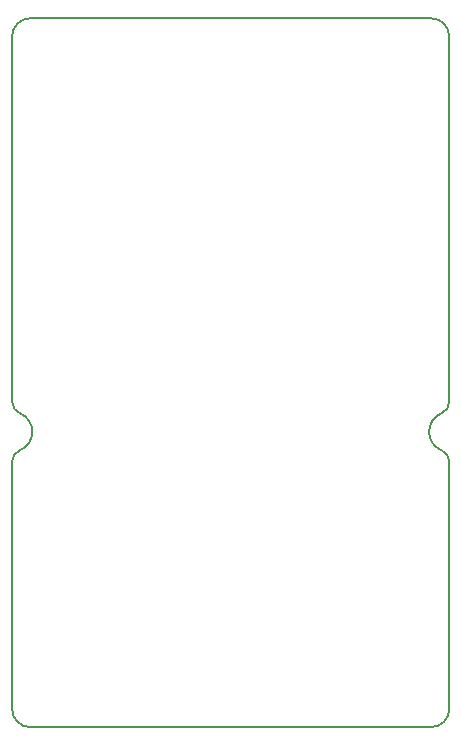
<source format=gm1>
G04 #@! TF.GenerationSoftware,KiCad,Pcbnew,(5.0.1-3-g963ef8bb5)*
G04 #@! TF.CreationDate,2019-10-31T19:13:48+01:00*
G04 #@! TF.ProjectId,oibus-mini-CCC,6F696275732D6D696E692D4343432E6B,rev?*
G04 #@! TF.SameCoordinates,Original*
G04 #@! TF.FileFunction,Profile,NP*
%FSLAX46Y46*%
G04 Gerber Fmt 4.6, Leading zero omitted, Abs format (unit mm)*
G04 Created by KiCad (PCBNEW (5.0.1-3-g963ef8bb5)) date 2019 October 31, Thursday 19:13:48*
%MOMM*%
%LPD*%
G01*
G04 APERTURE LIST*
%ADD10C,0.200000*%
G04 APERTURE END LIST*
D10*
X1500000Y59992013D02*
X35500000Y59992013D01*
X0Y1492013D02*
X0Y22484025D01*
X37000000Y58492013D02*
X37000000Y27500000D01*
X35500000Y59992013D02*
G75*
G02X37000000Y58492013I0J-1500000D01*
G01*
X0Y58492013D02*
G75*
G02X1500000Y59992013I1500000J0D01*
G01*
X37000000Y22484025D02*
X37000000Y1492013D01*
X36370370Y23412909D02*
G75*
G02X37000000Y22484025I-370370J-928884D01*
G01*
X37000000Y1492013D02*
G75*
G02X35500000Y-7987I-1500000J0D01*
G01*
X629630Y26571116D02*
G75*
G02X0Y27500000I370370J928884D01*
G01*
X629629Y26571115D02*
G75*
G02X629630Y23412909I-629629J-1579103D01*
G01*
X35500000Y-7987D02*
X1500000Y-7987D01*
X0Y27500000D02*
X0Y58492013D01*
X0Y22484025D02*
G75*
G02X629630Y23412909I1000000J0D01*
G01*
X1500000Y-7987D02*
G75*
G02X0Y1492013I0J1500000D01*
G01*
X36370370Y23412908D02*
G75*
G02X36370370Y26571116I629630J1579104D01*
G01*
X37000000Y27500000D02*
G75*
G02X36370370Y26571116I-1000000J0D01*
G01*
M02*

</source>
